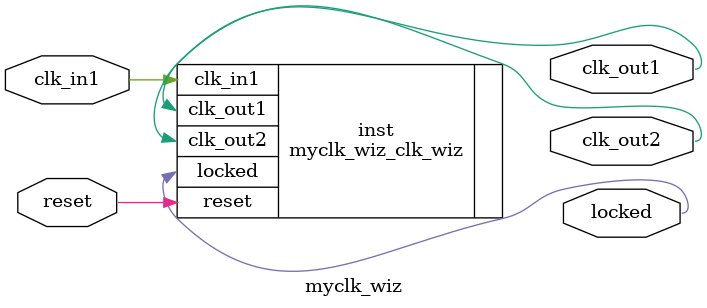
<source format=v>


`timescale 1ps/1ps

(* CORE_GENERATION_INFO = "myclk_wiz,clk_wiz_v6_0_6_0_0,{component_name=myclk_wiz,use_phase_alignment=true,use_min_o_jitter=false,use_max_i_jitter=false,use_dyn_phase_shift=false,use_inclk_switchover=false,use_dyn_reconfig=false,enable_axi=0,feedback_source=FDBK_AUTO,PRIMITIVE=PLL,num_out_clk=2,clkin1_period=10.000,clkin2_period=10.000,use_power_down=false,use_reset=true,use_locked=true,use_inclk_stopped=false,feedback_type=SINGLE,CLOCK_MGR_TYPE=NA,manual_override=false}" *)

module myclk_wiz 
 (
  // Clock out ports
  output        clk_out1,
  output        clk_out2,
  // Status and control signals
  input         reset,
  output        locked,
 // Clock in ports
  input         clk_in1
 );

  myclk_wiz_clk_wiz inst
  (
  // Clock out ports  
  .clk_out1(clk_out1),
  .clk_out2(clk_out2),
  // Status and control signals               
  .reset(reset), 
  .locked(locked),
 // Clock in ports
  .clk_in1(clk_in1)
  );

endmodule

</source>
